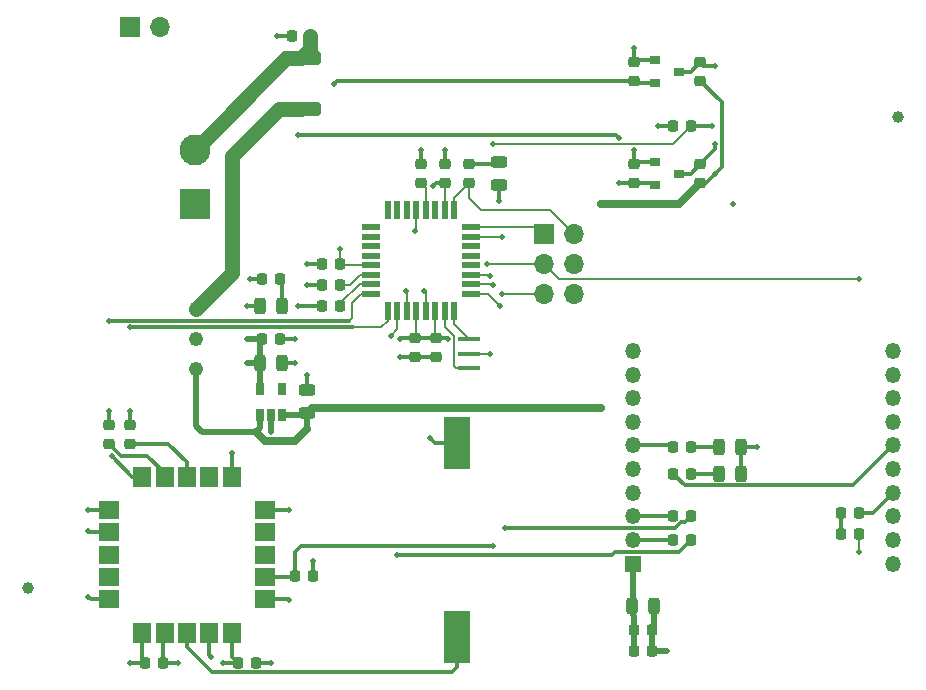
<source format=gbr>
%TF.GenerationSoftware,KiCad,Pcbnew,(6.0.7)*%
%TF.CreationDate,2022-09-05T17:33:02-05:00*%
%TF.ProjectId,tracker,74726163-6b65-4722-9e6b-696361645f70,1.0*%
%TF.SameCoordinates,Original*%
%TF.FileFunction,Copper,L1,Top*%
%TF.FilePolarity,Positive*%
%FSLAX46Y46*%
G04 Gerber Fmt 4.6, Leading zero omitted, Abs format (unit mm)*
G04 Created by KiCad (PCBNEW (6.0.7)) date 2022-09-05 17:33:02*
%MOMM*%
%LPD*%
G01*
G04 APERTURE LIST*
G04 Aperture macros list*
%AMRoundRect*
0 Rectangle with rounded corners*
0 $1 Rounding radius*
0 $2 $3 $4 $5 $6 $7 $8 $9 X,Y pos of 4 corners*
0 Add a 4 corners polygon primitive as box body*
4,1,4,$2,$3,$4,$5,$6,$7,$8,$9,$2,$3,0*
0 Add four circle primitives for the rounded corners*
1,1,$1+$1,$2,$3*
1,1,$1+$1,$4,$5*
1,1,$1+$1,$6,$7*
1,1,$1+$1,$8,$9*
0 Add four rect primitives between the rounded corners*
20,1,$1+$1,$2,$3,$4,$5,0*
20,1,$1+$1,$4,$5,$6,$7,0*
20,1,$1+$1,$6,$7,$8,$9,0*
20,1,$1+$1,$8,$9,$2,$3,0*%
G04 Aperture macros list end*
%TA.AperFunction,SMDPad,CuDef*%
%ADD10R,2.300000X4.500000*%
%TD*%
%TA.AperFunction,SMDPad,CuDef*%
%ADD11RoundRect,0.218750X0.256250X-0.218750X0.256250X0.218750X-0.256250X0.218750X-0.256250X-0.218750X0*%
%TD*%
%TA.AperFunction,SMDPad,CuDef*%
%ADD12RoundRect,0.218750X-0.256250X0.218750X-0.256250X-0.218750X0.256250X-0.218750X0.256250X0.218750X0*%
%TD*%
%TA.AperFunction,SMDPad,CuDef*%
%ADD13RoundRect,0.243750X-0.243750X-0.456250X0.243750X-0.456250X0.243750X0.456250X-0.243750X0.456250X0*%
%TD*%
%TA.AperFunction,SMDPad,CuDef*%
%ADD14RoundRect,0.218750X-0.218750X-0.256250X0.218750X-0.256250X0.218750X0.256250X-0.218750X0.256250X0*%
%TD*%
%TA.AperFunction,SMDPad,CuDef*%
%ADD15RoundRect,0.218750X0.218750X0.256250X-0.218750X0.256250X-0.218750X-0.256250X0.218750X-0.256250X0*%
%TD*%
%TA.AperFunction,SMDPad,CuDef*%
%ADD16RoundRect,0.243750X0.456250X-0.243750X0.456250X0.243750X-0.456250X0.243750X-0.456250X-0.243750X0*%
%TD*%
%TA.AperFunction,SMDPad,CuDef*%
%ADD17RoundRect,0.243750X0.243750X0.456250X-0.243750X0.456250X-0.243750X-0.456250X0.243750X-0.456250X0*%
%TD*%
%TA.AperFunction,SMDPad,CuDef*%
%ADD18RoundRect,0.249999X1.450001X-0.312501X1.450001X0.312501X-1.450001X0.312501X-1.450001X-0.312501X0*%
%TD*%
%TA.AperFunction,SMDPad,CuDef*%
%ADD19C,1.000000*%
%TD*%
%TA.AperFunction,ComponentPad*%
%ADD20R,1.700000X1.700000*%
%TD*%
%TA.AperFunction,ComponentPad*%
%ADD21O,1.700000X1.700000*%
%TD*%
%TA.AperFunction,SMDPad,CuDef*%
%ADD22R,0.900000X0.800000*%
%TD*%
%TA.AperFunction,ComponentPad*%
%ADD23R,2.625000X2.625000*%
%TD*%
%TA.AperFunction,ComponentPad*%
%ADD24C,2.625000*%
%TD*%
%TA.AperFunction,ComponentPad*%
%ADD25R,1.350000X1.350000*%
%TD*%
%TA.AperFunction,ComponentPad*%
%ADD26O,1.350000X1.350000*%
%TD*%
%TA.AperFunction,SMDPad,CuDef*%
%ADD27R,0.550000X1.600000*%
%TD*%
%TA.AperFunction,SMDPad,CuDef*%
%ADD28R,1.600000X0.550000*%
%TD*%
%TA.AperFunction,ComponentPad*%
%ADD29C,1.219200*%
%TD*%
%TA.AperFunction,SMDPad,CuDef*%
%ADD30R,1.500000X1.800000*%
%TD*%
%TA.AperFunction,SMDPad,CuDef*%
%ADD31R,1.800000X1.500000*%
%TD*%
%TA.AperFunction,SMDPad,CuDef*%
%ADD32R,0.650000X1.060000*%
%TD*%
%TA.AperFunction,SMDPad,CuDef*%
%ADD33R,1.900000X0.400000*%
%TD*%
%TA.AperFunction,ViaPad*%
%ADD34C,0.508000*%
%TD*%
%TA.AperFunction,Conductor*%
%ADD35C,0.304800*%
%TD*%
%TA.AperFunction,Conductor*%
%ADD36C,0.508000*%
%TD*%
%TA.AperFunction,Conductor*%
%ADD37C,0.152400*%
%TD*%
%TA.AperFunction,Conductor*%
%ADD38C,1.270000*%
%TD*%
%TA.AperFunction,Conductor*%
%ADD39C,0.635000*%
%TD*%
G04 APERTURE END LIST*
D10*
%TO.P,BT1,1*%
%TO.N,Net-(BT1-Pad1)*%
X149860000Y-141071000D03*
%TO.P,BT1,2*%
%TO.N,RB_GND*%
X149860000Y-124671000D03*
%TD*%
D11*
%TO.P,C1,2*%
%TO.N,RB_GND*%
X148844000Y-101066500D03*
%TO.P,C1,1*%
%TO.N,+3V3*%
X148844000Y-102641500D03*
%TD*%
D12*
%TO.P,C2,1*%
%TO.N,+3V3*%
X148082000Y-115798500D03*
%TO.P,C2,2*%
%TO.N,RB_GND*%
X148082000Y-117373500D03*
%TD*%
%TO.P,C3,2*%
%TO.N,RB_GND*%
X146304000Y-117373500D03*
%TO.P,C3,1*%
%TO.N,+3V3*%
X146304000Y-115798500D03*
%TD*%
D13*
%TO.P,C4,1*%
%TO.N,+3V3*%
X164670500Y-138430000D03*
%TO.P,C4,2*%
%TO.N,RB_GND*%
X166545500Y-138430000D03*
%TD*%
D14*
%TO.P,C5,1*%
%TO.N,+3V3*%
X164820500Y-140462000D03*
%TO.P,C5,2*%
%TO.N,RB_GND*%
X166395500Y-140462000D03*
%TD*%
D11*
%TO.P,C6,1*%
%TO.N,Net-(C6-Pad1)*%
X146812000Y-102641500D03*
%TO.P,C6,2*%
%TO.N,RB_GND*%
X146812000Y-101066500D03*
%TD*%
D14*
%TO.P,C7,1*%
%TO.N,+3V3*%
X164820500Y-142240000D03*
%TO.P,C7,2*%
%TO.N,RB_GND*%
X166395500Y-142240000D03*
%TD*%
D15*
%TO.P,C8,2*%
%TO.N,Net-(C8-Pad2)*%
X182346500Y-132334000D03*
%TO.P,C8,1*%
%TO.N,RESET*%
X183921500Y-132334000D03*
%TD*%
%TO.P,C9,2*%
%TO.N,RB_GND*%
X123418500Y-143256000D03*
%TO.P,C9,1*%
%TO.N,+3V3*%
X124993500Y-143256000D03*
%TD*%
%TO.P,C10,2*%
%TO.N,RB_GND*%
X135864500Y-90170000D03*
%TO.P,C10,1*%
%TO.N,Net-(C10-Pad1)*%
X137439500Y-90170000D03*
%TD*%
%TO.P,C11,1*%
%TO.N,+3V3*%
X132867500Y-143256000D03*
%TO.P,C11,2*%
%TO.N,RB_GND*%
X131292500Y-143256000D03*
%TD*%
D16*
%TO.P,C12,2*%
%TO.N,RB_GND*%
X137160000Y-120220500D03*
%TO.P,C12,1*%
%TO.N,RB_5V*%
X137160000Y-122095500D03*
%TD*%
D13*
%TO.P,C13,1*%
%TO.N,+3V3*%
X133174500Y-117856000D03*
%TO.P,C13,2*%
%TO.N,RB_GND*%
X135049500Y-117856000D03*
%TD*%
D14*
%TO.P,C14,1*%
%TO.N,+3V3*%
X133324500Y-115824000D03*
%TO.P,C14,2*%
%TO.N,RB_GND*%
X134899500Y-115824000D03*
%TD*%
D16*
%TO.P,D1,2*%
%TO.N,Net-(D1-Pad2)*%
X153416000Y-100916500D03*
%TO.P,D1,1*%
%TO.N,RB_GND*%
X153416000Y-102791500D03*
%TD*%
D17*
%TO.P,D2,1*%
%TO.N,RB_GND*%
X173911500Y-124968000D03*
%TO.P,D2,2*%
%TO.N,Net-(D2-Pad2)*%
X172036500Y-124968000D03*
%TD*%
%TO.P,D3,2*%
%TO.N,Net-(D3-Pad2)*%
X172036500Y-127254000D03*
%TO.P,D3,1*%
%TO.N,RB_GND*%
X173911500Y-127254000D03*
%TD*%
D13*
%TO.P,D4,1*%
%TO.N,RB_GND*%
X133174500Y-113030000D03*
%TO.P,D4,2*%
%TO.N,Net-(D4-Pad2)*%
X135049500Y-113030000D03*
%TD*%
D18*
%TO.P,F1,1*%
%TO.N,Net-(F1-Pad1)*%
X136652000Y-96371500D03*
%TO.P,F1,2*%
%TO.N,Net-(C10-Pad1)*%
X136652000Y-92096500D03*
%TD*%
D19*
%TO.P,FID1,*%
%TO.N,*%
X187198000Y-97028000D03*
%TD*%
%TO.P,FID2,*%
%TO.N,*%
X113538000Y-136906000D03*
%TD*%
D20*
%TO.P,J2,1*%
%TO.N,MISO*%
X157226000Y-106934000D03*
D21*
%TO.P,J2,2*%
%TO.N,SCK*%
X159766000Y-106934000D03*
%TO.P,J2,3*%
%TO.N,RESET*%
X157226000Y-109474000D03*
%TO.P,J2,4*%
%TO.N,RB_GND*%
X159766000Y-109474000D03*
%TO.P,J2,5*%
%TO.N,MOSI*%
X157226000Y-112014000D03*
%TO.P,J2,6*%
%TO.N,+3V3*%
X159766000Y-112014000D03*
%TD*%
%TO.P,J4,2*%
%TO.N,Net-(J3-Pad1)*%
X124714000Y-89408000D03*
D20*
%TO.P,J4,1*%
%TO.N,RB_GND*%
X122174000Y-89408000D03*
%TD*%
D22*
%TO.P,Q1,1*%
%TO.N,+3V3*%
X166640000Y-92268000D03*
%TO.P,Q1,2*%
%TO.N,RB_TXO_3V3*%
X166640000Y-94168000D03*
%TO.P,Q1,3*%
%TO.N,RB_TXO*%
X168640000Y-93218000D03*
%TD*%
%TO.P,Q2,3*%
%TO.N,RB_RXI*%
X168640000Y-101854000D03*
%TO.P,Q2,2*%
%TO.N,RB_RXI_3V3*%
X166640000Y-102804000D03*
%TO.P,Q2,1*%
%TO.N,+3V3*%
X166640000Y-100904000D03*
%TD*%
D12*
%TO.P,R1,2*%
%TO.N,RB_TXO_3V3*%
X164846000Y-94005500D03*
%TO.P,R1,1*%
%TO.N,+3V3*%
X164846000Y-92430500D03*
%TD*%
D11*
%TO.P,R2,1*%
%TO.N,RB_5V*%
X170434000Y-94005500D03*
%TO.P,R2,2*%
%TO.N,RB_TXO*%
X170434000Y-92430500D03*
%TD*%
D12*
%TO.P,R3,2*%
%TO.N,RB_RXI_3V3*%
X164846000Y-102641500D03*
%TO.P,R3,1*%
%TO.N,+3V3*%
X164846000Y-101066500D03*
%TD*%
D11*
%TO.P,R4,1*%
%TO.N,RB_5V*%
X170434000Y-102641500D03*
%TO.P,R4,2*%
%TO.N,RB_RXI*%
X170434000Y-101066500D03*
%TD*%
D14*
%TO.P,R5,1*%
%TO.N,+3V3*%
X138404500Y-109474000D03*
%TO.P,R5,2*%
%TO.N,RESET*%
X139979500Y-109474000D03*
%TD*%
D11*
%TO.P,R6,2*%
%TO.N,Net-(D1-Pad2)*%
X150876000Y-101066500D03*
%TO.P,R6,1*%
%TO.N,SCK*%
X150876000Y-102641500D03*
%TD*%
D14*
%TO.P,R7,1*%
%TO.N,Net-(C8-Pad2)*%
X182346500Y-130556000D03*
%TO.P,R7,2*%
%TO.N,Net-(R7-Pad2)*%
X183921500Y-130556000D03*
%TD*%
%TO.P,R8,2*%
%TO.N,Net-(D2-Pad2)*%
X169697500Y-124968000D03*
%TO.P,R8,1*%
%TO.N,Net-(R8-Pad1)*%
X168122500Y-124968000D03*
%TD*%
%TO.P,R9,1*%
%TO.N,Net-(R9-Pad1)*%
X168122500Y-127254000D03*
%TO.P,R9,2*%
%TO.N,Net-(D3-Pad2)*%
X169697500Y-127254000D03*
%TD*%
%TO.P,R10,2*%
%TO.N,Net-(R10-Pad2)*%
X139979500Y-111252000D03*
%TO.P,R10,1*%
%TO.N,RB_TXO_3V3*%
X138404500Y-111252000D03*
%TD*%
%TO.P,R11,2*%
%TO.N,Net-(R11-Pad2)*%
X139979500Y-113030000D03*
%TO.P,R11,1*%
%TO.N,RB_RXI_3V3*%
X138404500Y-113030000D03*
%TD*%
D11*
%TO.P,R12,1*%
%TO.N,GPS_RX*%
X120396000Y-124739500D03*
%TO.P,R12,2*%
%TO.N,Net-(R12-Pad2)*%
X120396000Y-123164500D03*
%TD*%
%TO.P,R13,2*%
%TO.N,Net-(R13-Pad2)*%
X122174000Y-123164500D03*
%TO.P,R13,1*%
%TO.N,GPS_TX*%
X122174000Y-124739500D03*
%TD*%
D14*
%TO.P,R14,1*%
%TO.N,XBee_to_Uc*%
X168122500Y-132842000D03*
%TO.P,R14,2*%
%TO.N,Net-(R14-Pad2)*%
X169697500Y-132842000D03*
%TD*%
%TO.P,R15,1*%
%TO.N,XBee_from_Uc*%
X168122500Y-130810000D03*
%TO.P,R15,2*%
%TO.N,Net-(R15-Pad2)*%
X169697500Y-130810000D03*
%TD*%
D15*
%TO.P,R16,1*%
%TO.N,+3V3*%
X137693500Y-135890000D03*
%TO.P,R16,2*%
%TO.N,GPS_PPS*%
X136118500Y-135890000D03*
%TD*%
D14*
%TO.P,R17,1*%
%TO.N,+3V3*%
X133324500Y-110744000D03*
%TO.P,R17,2*%
%TO.N,Net-(D4-Pad2)*%
X134899500Y-110744000D03*
%TD*%
%TO.P,R18,2*%
%TO.N,RB_NetAv*%
X169697500Y-97790000D03*
%TO.P,R18,1*%
%TO.N,+3V3*%
X168122500Y-97790000D03*
%TD*%
D23*
%TO.P,SW1,1*%
%TO.N,Net-(J3-Pad1)*%
X127688000Y-104422000D03*
D24*
%TO.P,SW1,2*%
%TO.N,Net-(C10-Pad1)*%
X127688000Y-99822000D03*
%TD*%
D25*
%TO.P,U1,1*%
%TO.N,+3V3*%
X164768000Y-134874000D03*
D26*
%TO.P,U1,20*%
%TO.N,N/C*%
X186768000Y-134874000D03*
%TO.P,U1,2*%
%TO.N,XBee_to_Uc*%
X164768000Y-132874000D03*
%TO.P,U1,19*%
%TO.N,N/C*%
X186768000Y-132874000D03*
%TO.P,U1,3*%
%TO.N,XBee_from_Uc*%
X164768000Y-130874000D03*
%TO.P,U1,18*%
%TO.N,N/C*%
X186768000Y-130874000D03*
%TO.P,U1,4*%
X164768000Y-128874000D03*
%TO.P,U1,17*%
%TO.N,Net-(R7-Pad2)*%
X186768000Y-128874000D03*
%TO.P,U1,5*%
%TO.N,N/C*%
X164768000Y-126874000D03*
%TO.P,U1,16*%
X186768000Y-126874000D03*
%TO.P,U1,6*%
%TO.N,Net-(R8-Pad1)*%
X164768000Y-124874000D03*
%TO.P,U1,15*%
%TO.N,Net-(R9-Pad1)*%
X186768000Y-124874000D03*
%TO.P,U1,7*%
%TO.N,N/C*%
X164768000Y-122874000D03*
%TO.P,U1,14*%
X186768000Y-122874000D03*
%TO.P,U1,8*%
X164768000Y-120874000D03*
%TO.P,U1,13*%
X186768000Y-120874000D03*
%TO.P,U1,9*%
X164768000Y-118874000D03*
%TO.P,U1,12*%
X186768000Y-118874000D03*
%TO.P,U1,10*%
%TO.N,RB_GND*%
X164768000Y-116874000D03*
%TO.P,U1,11*%
%TO.N,N/C*%
X186768000Y-116874000D03*
%TD*%
D27*
%TO.P,U2,1*%
%TO.N,Net-(R13-Pad2)*%
X144012000Y-113470000D03*
%TO.P,U2,2*%
%TO.N,Net-(R14-Pad2)*%
X144812000Y-113470000D03*
%TO.P,U2,3*%
%TO.N,RB_GND*%
X145612000Y-113470000D03*
%TO.P,U2,4*%
%TO.N,+3V3*%
X146412000Y-113470000D03*
%TO.P,U2,5*%
%TO.N,RB_GND*%
X147212000Y-113470000D03*
%TO.P,U2,6*%
%TO.N,+3V3*%
X148012000Y-113470000D03*
%TO.P,U2,7*%
%TO.N,Net-(U2-Pad7)*%
X148812000Y-113470000D03*
%TO.P,U2,8*%
%TO.N,Net-(U2-Pad8)*%
X149612000Y-113470000D03*
D28*
%TO.P,U2,9*%
%TO.N,Net-(R15-Pad2)*%
X151062000Y-112020000D03*
%TO.P,U2,10*%
%TO.N,GPS_PPS*%
X151062000Y-111220000D03*
%TO.P,U2,11*%
%TO.N,RB_NetAv*%
X151062000Y-110420000D03*
%TO.P,U2,12*%
%TO.N,N/C*%
X151062000Y-109620000D03*
%TO.P,U2,13*%
X151062000Y-108820000D03*
%TO.P,U2,14*%
X151062000Y-108020000D03*
%TO.P,U2,15*%
%TO.N,MOSI*%
X151062000Y-107220000D03*
%TO.P,U2,16*%
%TO.N,MISO*%
X151062000Y-106420000D03*
D27*
%TO.P,U2,17*%
%TO.N,SCK*%
X149612000Y-104970000D03*
%TO.P,U2,18*%
%TO.N,+3V3*%
X148812000Y-104970000D03*
%TO.P,U2,19*%
%TO.N,N/C*%
X148012000Y-104970000D03*
%TO.P,U2,20*%
%TO.N,Net-(C6-Pad1)*%
X147212000Y-104970000D03*
%TO.P,U2,21*%
%TO.N,RB_GND*%
X146412000Y-104970000D03*
%TO.P,U2,22*%
%TO.N,N/C*%
X145612000Y-104970000D03*
%TO.P,U2,23*%
X144812000Y-104970000D03*
%TO.P,U2,24*%
X144012000Y-104970000D03*
D28*
%TO.P,U2,25*%
X142562000Y-106420000D03*
%TO.P,U2,26*%
X142562000Y-107220000D03*
%TO.P,U2,27*%
X142562000Y-108020000D03*
%TO.P,U2,28*%
X142562000Y-108820000D03*
%TO.P,U2,29*%
%TO.N,RESET*%
X142562000Y-109620000D03*
%TO.P,U2,30*%
%TO.N,Net-(R10-Pad2)*%
X142562000Y-110420000D03*
%TO.P,U2,31*%
%TO.N,Net-(R11-Pad2)*%
X142562000Y-111220000D03*
%TO.P,U2,32*%
%TO.N,Net-(R12-Pad2)*%
X142562000Y-112020000D03*
%TD*%
D29*
%TO.P,U3,3*%
%TO.N,RB_5V*%
X127762000Y-118364000D03*
%TO.P,U3,2*%
%TO.N,RB_GND*%
X127762000Y-115824000D03*
%TO.P,U3,1*%
%TO.N,Net-(F1-Pad1)*%
X127762000Y-113284000D03*
%TD*%
D30*
%TO.P,U5,1*%
%TO.N,RB_GND*%
X123200000Y-140712000D03*
%TO.P,U5,2*%
%TO.N,+3V3*%
X125100000Y-140712000D03*
%TO.P,U5,3*%
%TO.N,Net-(BT1-Pad1)*%
X127000000Y-140712000D03*
%TO.P,U5,4*%
%TO.N,RB_GND*%
X128900000Y-140712000D03*
%TO.P,U5,5*%
X130800000Y-140712000D03*
D31*
%TO.P,U5,6*%
X133600000Y-137912000D03*
%TO.P,U5,7*%
%TO.N,GPS_PPS*%
X133600000Y-136012000D03*
%TO.P,U5,8*%
%TO.N,N/C*%
X133600000Y-134112000D03*
%TO.P,U5,9*%
X133600000Y-132212000D03*
%TO.P,U5,10*%
%TO.N,RB_GND*%
X133600000Y-130312000D03*
D30*
%TO.P,U5,11*%
X130800000Y-127512000D03*
%TO.P,U5,12*%
%TO.N,N/C*%
X128900000Y-127512000D03*
%TO.P,U5,13*%
%TO.N,GPS_TX*%
X127000000Y-127512000D03*
%TO.P,U5,14*%
%TO.N,GPS_RX*%
X125100000Y-127512000D03*
%TO.P,U5,15*%
%TO.N,RB_GND*%
X123200000Y-127512000D03*
D31*
%TO.P,U5,16*%
X120400000Y-130312000D03*
%TO.P,U5,17*%
%TO.N,+3V3*%
X120400000Y-132212000D03*
%TO.P,U5,18*%
%TO.N,N/C*%
X120400000Y-134112000D03*
%TO.P,U5,19*%
X120400000Y-136012000D03*
%TO.P,U5,20*%
%TO.N,RB_GND*%
X120400000Y-137912000D03*
%TD*%
D32*
%TO.P,U6,1*%
%TO.N,RB_5V*%
X133162000Y-122258000D03*
%TO.P,U6,2*%
%TO.N,RB_GND*%
X134112000Y-122258000D03*
%TO.P,U6,3*%
%TO.N,RB_5V*%
X135062000Y-122258000D03*
%TO.P,U6,4*%
%TO.N,N/C*%
X135062000Y-120058000D03*
%TO.P,U6,5*%
%TO.N,+3V3*%
X133162000Y-120058000D03*
%TD*%
D33*
%TO.P,Y1,1*%
%TO.N,Net-(U2-Pad7)*%
X150876000Y-118294000D03*
%TO.P,Y1,2*%
%TO.N,RB_GND*%
X150876000Y-117094000D03*
%TO.P,Y1,3*%
%TO.N,Net-(U2-Pad8)*%
X150876000Y-115894000D03*
%TD*%
D34*
%TO.N,RB_GND*%
X146812000Y-99822000D03*
X148844000Y-99822000D03*
X153416000Y-104140000D03*
X132080000Y-113030000D03*
X137160000Y-118872000D03*
X136144000Y-117856000D03*
X136144000Y-115824000D03*
X130810000Y-125476000D03*
X135636000Y-130302000D03*
X118618000Y-130302000D03*
X118618000Y-137668000D03*
X122174000Y-143256000D03*
X130048000Y-143256000D03*
X135636000Y-137922000D03*
X175260000Y-124968000D03*
X167640000Y-142240000D03*
X173228000Y-104394000D03*
X145034000Y-117348000D03*
X152654000Y-117094000D03*
X146304000Y-106680000D03*
X147574000Y-124206000D03*
X145542000Y-111760000D03*
X147066000Y-111760000D03*
X134112000Y-123698000D03*
X134620000Y-90170000D03*
X129032000Y-142748000D03*
X120623118Y-125756882D03*
%TO.N,+3V3*%
X137160000Y-109474000D03*
X132334000Y-110744000D03*
X118618000Y-132080000D03*
X134112000Y-143256000D03*
X126238000Y-143256000D03*
X137668000Y-134620000D03*
X164846000Y-91186000D03*
X166878000Y-97790000D03*
X164846000Y-99822000D03*
X145034000Y-115824000D03*
X149098000Y-115824000D03*
X132080000Y-115824000D03*
X132080000Y-117856000D03*
X147828000Y-102870000D03*
%TO.N,RESET*%
X152400000Y-109474000D03*
X139954000Y-108204000D03*
X183896000Y-110744000D03*
X183896000Y-133858000D03*
%TO.N,RB_5V*%
X171704000Y-101854000D03*
X137160000Y-123444000D03*
X162052000Y-121666000D03*
X162052000Y-104394000D03*
%TO.N,RB_RXI*%
X171704000Y-99314000D03*
%TO.N,RB_NetAv*%
X171450000Y-97790000D03*
X152654000Y-110490000D03*
X152908000Y-99314000D03*
%TO.N,RB_TXO*%
X171704000Y-92710000D03*
%TO.N,MOSI*%
X153670000Y-107188000D03*
X153670000Y-112014000D03*
%TO.N,RB_TXO_3V3*%
X139446000Y-94234000D03*
X137160000Y-111252000D03*
%TO.N,RB_RXI_3V3*%
X163576000Y-102616000D03*
X163576000Y-98806000D03*
X136398000Y-98552000D03*
X136398000Y-113030000D03*
%TO.N,Net-(R12-Pad2)*%
X120396000Y-121920000D03*
X120396000Y-114300000D03*
%TO.N,Net-(R13-Pad2)*%
X122174000Y-121920000D03*
X122174000Y-114858800D03*
%TO.N,Net-(R14-Pad2)*%
X144780000Y-134112000D03*
X144272000Y-115570000D03*
%TO.N,Net-(R15-Pad2)*%
X153466800Y-113030000D03*
X153924000Y-131826000D03*
%TO.N,GPS_PPS*%
X152908000Y-133350000D03*
X152908000Y-111252000D03*
%TD*%
D35*
%TO.N,Net-(BT1-Pad1)*%
X127000000Y-141916800D02*
X127000000Y-140712000D01*
X129119010Y-144035810D02*
X127000000Y-141916800D01*
X149860000Y-143625800D02*
X149449990Y-144035810D01*
X149860000Y-141071000D02*
X149860000Y-143625800D01*
X149449990Y-144035810D02*
X129119010Y-144035810D01*
%TO.N,RB_GND*%
X146812000Y-101066500D02*
X146812000Y-99822000D01*
X148844000Y-101066500D02*
X148844000Y-99822000D01*
X153416000Y-102791500D02*
X153416000Y-104140000D01*
X133174500Y-113030000D02*
X132080000Y-113030000D01*
X137160000Y-120220500D02*
X137160000Y-118872000D01*
X135049500Y-117856000D02*
X136144000Y-117856000D01*
X134899500Y-115824000D02*
X136144000Y-115824000D01*
X130800000Y-125486000D02*
X130810000Y-125476000D01*
X130800000Y-127512000D02*
X130800000Y-125486000D01*
X135626000Y-130312000D02*
X135636000Y-130302000D01*
X133600000Y-130312000D02*
X135626000Y-130312000D01*
X118628000Y-130312000D02*
X118618000Y-130302000D01*
X120400000Y-130312000D02*
X118628000Y-130312000D01*
X118862000Y-137912000D02*
X118618000Y-137668000D01*
X120400000Y-137912000D02*
X118862000Y-137912000D01*
X123200000Y-143037500D02*
X123418500Y-143256000D01*
X123200000Y-140712000D02*
X123200000Y-143037500D01*
X123418500Y-143256000D02*
X122174000Y-143256000D01*
X130800000Y-142763500D02*
X131292500Y-143256000D01*
X130800000Y-140712000D02*
X130800000Y-142763500D01*
X131292500Y-143256000D02*
X130048000Y-143256000D01*
X135626000Y-137912000D02*
X135636000Y-137922000D01*
X133600000Y-137912000D02*
X135626000Y-137912000D01*
X173911500Y-127254000D02*
X173911500Y-124968000D01*
X173911500Y-124968000D02*
X175260000Y-124968000D01*
D36*
X166545500Y-140312000D02*
X166395500Y-140462000D01*
X166545500Y-138430000D02*
X166545500Y-140312000D01*
X166395500Y-140462000D02*
X166395500Y-142240000D01*
X166395500Y-142240000D02*
X167640000Y-142240000D01*
D35*
X148082000Y-117373500D02*
X146304000Y-117373500D01*
X145059500Y-117373500D02*
X145034000Y-117348000D01*
X146304000Y-117373500D02*
X145059500Y-117373500D01*
D37*
X150876000Y-117094000D02*
X152654000Y-117094000D01*
X146412000Y-106572000D02*
X146304000Y-106680000D01*
X146412000Y-104970000D02*
X146412000Y-106572000D01*
D35*
X148039000Y-124671000D02*
X147574000Y-124206000D01*
X149860000Y-124671000D02*
X148039000Y-124671000D01*
D37*
X145612000Y-111830000D02*
X145542000Y-111760000D01*
X145612000Y-113470000D02*
X145612000Y-111830000D01*
X147212000Y-111906000D02*
X147066000Y-111760000D01*
X147212000Y-113470000D02*
X147212000Y-111906000D01*
D36*
X134112000Y-122258000D02*
X134112000Y-123698000D01*
D35*
X135864500Y-90170000D02*
X134620000Y-90170000D01*
X128900000Y-142616000D02*
X129032000Y-142748000D01*
X128900000Y-140712000D02*
X128900000Y-142616000D01*
X122378236Y-127512000D02*
X120623118Y-125756882D01*
X123200000Y-127512000D02*
X122378236Y-127512000D01*
%TO.N,+3V3*%
X138404500Y-109474000D02*
X137160000Y-109474000D01*
X133324500Y-110744000D02*
X132334000Y-110744000D01*
X118750000Y-132212000D02*
X118618000Y-132080000D01*
X120400000Y-132212000D02*
X118750000Y-132212000D01*
X132867500Y-143256000D02*
X134112000Y-143256000D01*
X124993500Y-143256000D02*
X126238000Y-143256000D01*
X124993500Y-140818500D02*
X125100000Y-140712000D01*
X124993500Y-143256000D02*
X124993500Y-140818500D01*
X137693500Y-134645500D02*
X137668000Y-134620000D01*
X137693500Y-135890000D02*
X137693500Y-134645500D01*
D36*
X164768000Y-134874000D02*
X164768000Y-139270000D01*
X164820500Y-139322500D02*
X164820500Y-140462000D01*
X164768000Y-139270000D02*
X164820500Y-139322500D01*
X164820500Y-142240000D02*
X164820500Y-140462000D01*
D35*
X165008500Y-92268000D02*
X164846000Y-92430500D01*
X166640000Y-92268000D02*
X165008500Y-92268000D01*
X164846000Y-92430500D02*
X164846000Y-91186000D01*
X168122500Y-97790000D02*
X166878000Y-97790000D01*
X165008500Y-100904000D02*
X164846000Y-101066500D01*
X166640000Y-100904000D02*
X165008500Y-100904000D01*
X164846000Y-101066500D02*
X164846000Y-99822000D01*
X148082000Y-115798500D02*
X146304000Y-115798500D01*
X145059500Y-115798500D02*
X145034000Y-115824000D01*
X146304000Y-115798500D02*
X145059500Y-115798500D01*
X149072500Y-115798500D02*
X149098000Y-115824000D01*
X148082000Y-115798500D02*
X149072500Y-115798500D01*
D37*
X146412000Y-115690500D02*
X146304000Y-115798500D01*
X146412000Y-113470000D02*
X146412000Y-115690500D01*
X148012000Y-115728500D02*
X148082000Y-115798500D01*
X148012000Y-113470000D02*
X148012000Y-115728500D01*
X148812000Y-102673500D02*
X148844000Y-102641500D01*
X148812000Y-104970000D02*
X148812000Y-102673500D01*
D36*
X133162000Y-117868500D02*
X133174500Y-117856000D01*
X133162000Y-120058000D02*
X133162000Y-117868500D01*
X133174500Y-115974000D02*
X133324500Y-115824000D01*
X133174500Y-117856000D02*
X133174500Y-115974000D01*
X133324500Y-115824000D02*
X132080000Y-115824000D01*
X133174500Y-117856000D02*
X132080000Y-117856000D01*
D35*
X148056500Y-102641500D02*
X147828000Y-102870000D01*
X148844000Y-102641500D02*
X148056500Y-102641500D01*
D37*
%TO.N,Net-(C6-Pad1)*%
X147212000Y-103041500D02*
X146812000Y-102641500D01*
X147212000Y-104970000D02*
X147212000Y-103041500D01*
D35*
%TO.N,Net-(C8-Pad2)*%
X182346500Y-132334000D02*
X182346500Y-130556000D01*
D37*
%TO.N,RESET*%
X140125500Y-109620000D02*
X139979500Y-109474000D01*
X142562000Y-109620000D02*
X140125500Y-109620000D01*
X157226000Y-109474000D02*
X152400000Y-109474000D01*
X139954000Y-109448500D02*
X139979500Y-109474000D01*
X139954000Y-108204000D02*
X139954000Y-109448500D01*
X157226000Y-109474000D02*
X158496000Y-110744000D01*
X158496000Y-110744000D02*
X183896000Y-110744000D01*
X183896000Y-132359500D02*
X183921500Y-132334000D01*
X183896000Y-133858000D02*
X183896000Y-132359500D01*
D38*
%TO.N,Net-(C10-Pad1)*%
X135413500Y-92096500D02*
X127688000Y-99822000D01*
X136652000Y-92096500D02*
X135413500Y-92096500D01*
X137439500Y-91309000D02*
X136652000Y-92096500D01*
X137439500Y-90170000D02*
X137439500Y-91309000D01*
D35*
%TO.N,RB_5V*%
X170916500Y-102641500D02*
X171704000Y-101854000D01*
X170434000Y-102641500D02*
X170916500Y-102641500D01*
X172262801Y-101295199D02*
X171704000Y-101854000D01*
X172262801Y-95834301D02*
X172262801Y-101295199D01*
X170434000Y-94005500D02*
X172262801Y-95834301D01*
D36*
X133162000Y-122258000D02*
X133162000Y-123378000D01*
X133162000Y-123378000D02*
X132842000Y-123698000D01*
X132842000Y-123698000D02*
X128270000Y-123698000D01*
X127762000Y-123190000D02*
X127762000Y-118364000D01*
X128270000Y-123698000D02*
X127762000Y-123190000D01*
X136997500Y-122258000D02*
X137160000Y-122095500D01*
X135062000Y-122258000D02*
X136997500Y-122258000D01*
X137160000Y-122095500D02*
X137160000Y-123444000D01*
D39*
X137160000Y-123444000D02*
X136144000Y-124460000D01*
X133604000Y-124460000D02*
X132842000Y-123698000D01*
X136144000Y-124460000D02*
X133604000Y-124460000D01*
X137589500Y-121666000D02*
X162052000Y-121666000D01*
X137160000Y-122095500D02*
X137589500Y-121666000D01*
X168681500Y-104394000D02*
X170434000Y-102641500D01*
X162052000Y-104394000D02*
X168681500Y-104394000D01*
D35*
%TO.N,Net-(D1-Pad2)*%
X153266000Y-101066500D02*
X153416000Y-100916500D01*
X150876000Y-101066500D02*
X153266000Y-101066500D01*
%TO.N,Net-(D2-Pad2)*%
X169697500Y-124968000D02*
X172036500Y-124968000D01*
%TO.N,Net-(D3-Pad2)*%
X169697500Y-127254000D02*
X172036500Y-127254000D01*
%TO.N,Net-(D4-Pad2)*%
X135049500Y-110894000D02*
X134899500Y-110744000D01*
X135049500Y-113030000D02*
X135049500Y-110894000D01*
D38*
%TO.N,Net-(F1-Pad1)*%
X136652000Y-96371500D02*
X134768500Y-96371500D01*
X134768500Y-96371500D02*
X130810000Y-100330000D01*
X130810000Y-110236000D02*
X127762000Y-113284000D01*
X130810000Y-100330000D02*
X130810000Y-110236000D01*
D35*
%TO.N,RB_RXI*%
X169646500Y-101854000D02*
X170434000Y-101066500D01*
X168640000Y-101854000D02*
X169646500Y-101854000D01*
X171704000Y-99796500D02*
X170434000Y-101066500D01*
X171704000Y-99314000D02*
X171704000Y-99796500D01*
%TO.N,RB_NetAv*%
X169697500Y-97790000D02*
X171450000Y-97790000D01*
D37*
X152584000Y-110420000D02*
X152654000Y-110490000D01*
X151062000Y-110420000D02*
X152584000Y-110420000D01*
X168173500Y-99314000D02*
X169697500Y-97790000D01*
X152908000Y-99314000D02*
X168173500Y-99314000D01*
D35*
%TO.N,RB_TXO*%
X170713500Y-92710000D02*
X170434000Y-92430500D01*
X171704000Y-92710000D02*
X170713500Y-92710000D01*
X169646500Y-93218000D02*
X170434000Y-92430500D01*
X168640000Y-93218000D02*
X169646500Y-93218000D01*
D37*
%TO.N,MISO*%
X156712000Y-106420000D02*
X157226000Y-106934000D01*
X151062000Y-106420000D02*
X156712000Y-106420000D01*
%TO.N,SCK*%
X149612000Y-103905500D02*
X150876000Y-102641500D01*
X149612000Y-104970000D02*
X149612000Y-103905500D01*
X150876000Y-102641500D02*
X150876000Y-103886000D01*
X150876000Y-103886000D02*
X151892000Y-104902000D01*
X157734000Y-104902000D02*
X159766000Y-106934000D01*
X151892000Y-104902000D02*
X157734000Y-104902000D01*
%TO.N,MOSI*%
X153638000Y-107220000D02*
X153670000Y-107188000D01*
X151062000Y-107220000D02*
X153638000Y-107220000D01*
X153670000Y-112014000D02*
X157226000Y-112014000D01*
D35*
%TO.N,RB_TXO_3V3*%
X165008500Y-94168000D02*
X164846000Y-94005500D01*
X166640000Y-94168000D02*
X165008500Y-94168000D01*
X139674500Y-94005500D02*
X139446000Y-94234000D01*
X164846000Y-94005500D02*
X139674500Y-94005500D01*
X137160000Y-111252000D02*
X138404500Y-111252000D01*
%TO.N,RB_RXI_3V3*%
X166477500Y-102641500D02*
X166640000Y-102804000D01*
X164846000Y-102641500D02*
X166477500Y-102641500D01*
X163601500Y-102641500D02*
X163576000Y-102616000D01*
X164846000Y-102641500D02*
X163601500Y-102641500D01*
X163322000Y-98552000D02*
X136398000Y-98552000D01*
X163576000Y-98806000D02*
X163322000Y-98552000D01*
X136398000Y-113030000D02*
X138404500Y-113030000D01*
%TO.N,Net-(R7-Pad2)*%
X185086000Y-130556000D02*
X186768000Y-128874000D01*
X183921500Y-130556000D02*
X185086000Y-130556000D01*
%TO.N,Net-(R8-Pad1)*%
X168028500Y-124874000D02*
X168122500Y-124968000D01*
X164768000Y-124874000D02*
X168028500Y-124874000D01*
%TO.N,Net-(R9-Pad1)*%
X183383190Y-128258810D02*
X186768000Y-124874000D01*
X169127310Y-128258810D02*
X183383190Y-128258810D01*
X168122500Y-127254000D02*
X169127310Y-128258810D01*
D37*
%TO.N,Net-(R10-Pad2)*%
X141609600Y-110420000D02*
X140777600Y-111252000D01*
X140777600Y-111252000D02*
X139979500Y-111252000D01*
X142562000Y-110420000D02*
X141609600Y-110420000D01*
%TO.N,Net-(R11-Pad2)*%
X139979500Y-112850100D02*
X139979500Y-113030000D01*
X141609600Y-111220000D02*
X139979500Y-112850100D01*
X142562000Y-111220000D02*
X141609600Y-111220000D01*
D35*
%TO.N,GPS_RX*%
X125100000Y-127213358D02*
X123616642Y-125730000D01*
X125100000Y-127512000D02*
X125100000Y-127213358D01*
X121386500Y-125730000D02*
X120396000Y-124739500D01*
X123616642Y-125730000D02*
X121386500Y-125730000D01*
%TO.N,Net-(R12-Pad2)*%
X120396000Y-123164500D02*
X120396000Y-121920000D01*
X120396000Y-114300000D02*
X140716000Y-114300000D01*
D37*
X142562000Y-112020000D02*
X141726000Y-112020000D01*
X141726000Y-112020000D02*
X140970000Y-112776000D01*
X140969999Y-114046001D02*
X140716000Y-114300000D01*
X140970000Y-112776000D02*
X140969999Y-114046001D01*
%TO.N,Net-(R13-Pad2)*%
X144012000Y-113470000D02*
X144012000Y-114306000D01*
X144012000Y-114306000D02*
X143459200Y-114858800D01*
D35*
X133574728Y-114858800D02*
X141020800Y-114858800D01*
X122174000Y-114858800D02*
X133574728Y-114858800D01*
D37*
X143459200Y-114858800D02*
X141020800Y-114858800D01*
D35*
X122174000Y-123164500D02*
X122174000Y-121920000D01*
%TO.N,GPS_TX*%
X127000000Y-127512000D02*
X127000000Y-127213358D01*
X125432300Y-124739500D02*
X122174000Y-124739500D01*
X127000000Y-126307200D02*
X125432300Y-124739500D01*
X127000000Y-127512000D02*
X127000000Y-126307200D01*
%TO.N,XBee_to_Uc*%
X164800000Y-132842000D02*
X164768000Y-132874000D01*
X168122500Y-132842000D02*
X164800000Y-132842000D01*
%TO.N,Net-(R14-Pad2)*%
X163020504Y-134112000D02*
X144780000Y-134112000D01*
X163278703Y-133853801D02*
X163020504Y-134112000D01*
X168685699Y-133853801D02*
X163278703Y-133853801D01*
X169697500Y-132842000D02*
X168685699Y-133853801D01*
D37*
X144812000Y-115030000D02*
X144272000Y-115570000D01*
X144812000Y-113470000D02*
X144812000Y-115030000D01*
D35*
%TO.N,XBee_from_Uc*%
X164832000Y-130810000D02*
X164768000Y-130874000D01*
X168122500Y-130810000D02*
X164832000Y-130810000D01*
D37*
%TO.N,Net-(R15-Pad2)*%
X152456800Y-112020000D02*
X153466800Y-113030000D01*
X151062000Y-112020000D02*
X152456800Y-112020000D01*
D35*
X169189500Y-131318000D02*
X169697500Y-130810000D01*
X168294127Y-131853801D02*
X168829928Y-131318000D01*
X168829928Y-131318000D02*
X169189500Y-131318000D01*
X164297695Y-131853801D02*
X168294127Y-131853801D01*
X164269894Y-131826000D02*
X164297695Y-131853801D01*
X153924000Y-131826000D02*
X164269894Y-131826000D01*
%TO.N,GPS_PPS*%
X135996500Y-136012000D02*
X136118500Y-135890000D01*
X133600000Y-136012000D02*
X135996500Y-136012000D01*
D37*
X152876000Y-111220000D02*
X152908000Y-111252000D01*
X151062000Y-111220000D02*
X152876000Y-111220000D01*
D35*
X136118500Y-133883500D02*
X136118500Y-135890000D01*
X136652000Y-133350000D02*
X136118500Y-133883500D01*
X152908000Y-133350000D02*
X136652000Y-133350000D01*
D37*
%TO.N,Net-(U2-Pad7)*%
X148812000Y-114823750D02*
X149606000Y-115617750D01*
X148812000Y-113470000D02*
X148812000Y-114823750D01*
X149773600Y-118294000D02*
X150876000Y-118294000D01*
X149606000Y-118126400D02*
X149773600Y-118294000D01*
X149606000Y-115617750D02*
X149606000Y-118126400D01*
%TO.N,Net-(U2-Pad8)*%
X149612000Y-114630000D02*
X150876000Y-115894000D01*
X149612000Y-113470000D02*
X149612000Y-114630000D01*
%TD*%
M02*

</source>
